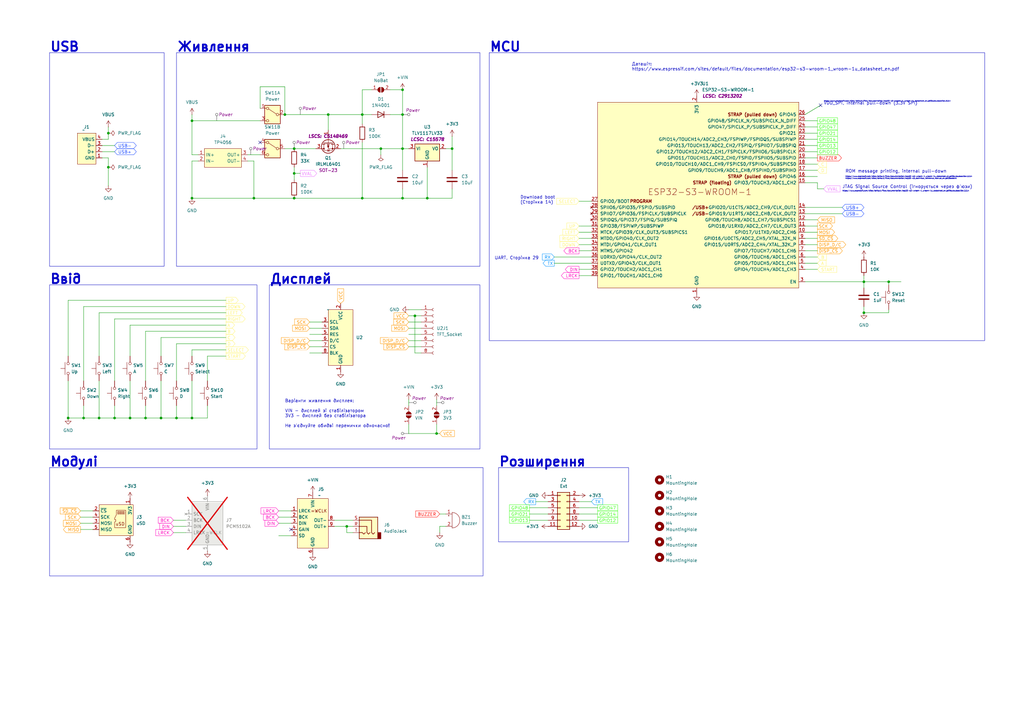
<source format=kicad_sch>
(kicad_sch (version 20231120) (generator "eeschema") (generator_version "8.0")
  (paper "A3")
  (title_block (title "Lilka") (date "2024-02-17") (rev "v2") (company "Anderson"))
  (junction (at 116.84 46.99))
  (junction (at 170.18 129.54))
  (junction (at 354.33 115.57))
  (junction (at 44.45 68.58))
  (junction (at 46.99 171.45))
  (junction (at 66.04 171.45))
  (junction (at 53.34 171.45))
  (junction (at 165.1 81.28))
  (junction (at 148.59 46.99))
  (junction (at 165.1 46.99))
  (junction (at 148.59 81.28))
  (junction (at 34.29 171.45))
  (junction (at 142.24 215.9))
  (junction (at 72.39 171.45))
  (junction (at 185.42 60.96))
  (junction (at 134.62 46.99))
  (junction (at 165.1 36.83))
  (junction (at 120.65 60.96))
  (junction (at 104.14 81.28))
  (junction (at 120.65 71.12))
  (junction (at 165.1 60.96))
  (junction (at 44.45 54.61))
  (junction (at 354.33 128.27))
  (junction (at 156.21 60.96))
  (junction (at 59.69 171.45))
  (junction (at 179.07 177.8))
  (junction (at 120.65 81.28))
  (junction (at 40.64 171.45))
  (junction (at 364.49 115.57))
  (junction (at 175.26 81.28))
  (junction (at 27.94 171.45))
  (junction (at 78.74 171.45))
  (junction (at 78.74 49.53))
  (junction (at 78.74 81.28))
  (no_connect (at 106.68 58.42))
  (no_connect (at 119.38 217.17))
  (no_connect (at 336.55 43.18))
  (wire (pts (xy 144.78 218.44) (xy 142.24 218.44)))
  (wire (pts (xy 127 144.78) (xy 132.08 144.78)))
  (wire (pts (xy 78.74 143.51) (xy 78.74 146.05)))
  (wire (pts (xy 85.09 156.21) (xy 85.09 146.05)))
  (wire (pts (xy 27.94 123.19) (xy 27.94 146.05)))
  (wire (pts (xy 170.18 129.54) (xy 172.72 129.54)))
  (wire (pts (xy 92.71 128.27) (xy 40.64 128.27)))
  (wire (pts (xy 106.68 44.45) (xy 106.68 35.56)))
  (wire (pts (xy 72.39 156.21) (xy 72.39 140.97)))
  (wire (pts (xy 237.49 110.49) (xy 242.57 110.49)))
  (wire (pts (xy 27.94 123.19) (xy 92.71 123.19)))
  (wire (pts (xy 364.49 128.27) (xy 354.33 128.27)))
  (wire (pts (xy 114.3 214.63) (xy 119.38 214.63)))
  (wire (pts (xy 59.69 135.89) (xy 92.71 135.89)))
  (wire (pts (xy 175.26 81.28) (xy 175.26 68.58)))
  (wire (pts (xy 167.64 60.96) (xy 165.1 60.96)))
  (wire (pts (xy 167.64 163.83) (xy 167.64 166.37)))
  (wire (pts (xy 185.42 60.96) (xy 182.88 60.96)))
  (wire (pts (xy 179.07 173.99) (xy 179.07 177.8)))
  (wire (pts (xy 335.28 67.31) (xy 330.2 67.31)))
  (wire (pts (xy 27.94 171.45) (xy 34.29 171.45)))
  (wire (pts (xy 180.34 215.9) (xy 182.88 215.9)))
  (wire (pts (xy 78.74 49.53) (xy 78.74 63.5)))
  (wire (pts (xy 148.59 36.83) (xy 148.59 46.99)))
  (wire (pts (xy 106.68 49.53) (xy 78.74 49.53)))
  (wire (pts (xy 44.45 57.15) (xy 44.45 54.61)))
  (wire (pts (xy 330.2 54.61) (xy 335.28 54.61)))
  (wire (pts (xy 41.91 57.15) (xy 44.45 57.15)))
  (wire (pts (xy 335.28 107.95) (xy 330.2 107.95)))
  (wire (pts (xy 144.78 213.36) (xy 137.16 213.36)))
  (wire (pts (xy 160.02 46.99) (xy 165.1 46.99)))
  (wire (pts (xy 245.11 208.28) (xy 237.49 208.28)))
  (wire (pts (xy 180.34 177.8) (xy 179.07 177.8)))
  (wire (pts (xy 41.91 62.23) (xy 46.99 62.23)))
  (wire (pts (xy 227.33 107.95) (xy 242.57 107.95)))
  (wire (pts (xy 245.11 210.82) (xy 237.49 210.82)))
  (wire (pts (xy 72.39 140.97) (xy 92.71 140.97)))
  (wire (pts (xy 148.59 58.42) (xy 148.59 81.28)))
  (wire (pts (xy 330.2 87.63) (xy 345.44 87.63)))
  (wire (pts (xy 335.28 110.49) (xy 330.2 110.49)))
  (wire (pts (xy 71.12 218.44) (xy 76.2 218.44)))
  (wire (pts (xy 165.1 77.47) (xy 165.1 81.28)))
  (wire (pts (xy 354.33 128.27) (xy 354.33 125.73)))
  (wire (pts (xy 59.69 171.45) (xy 66.04 171.45)))
  (wire (pts (xy 53.34 171.45) (xy 53.34 156.21)))
  (wire (pts (xy 92.71 143.51) (xy 78.74 143.51)))
  (wire (pts (xy 104.14 66.04) (xy 104.14 81.28)))
  (wire (pts (xy 335.28 102.87) (xy 330.2 102.87)))
  (wire (pts (xy 33.02 214.63) (xy 38.1 214.63)))
  (wire (pts (xy 217.17 208.28) (xy 224.79 208.28)))
  (wire (pts (xy 120.65 60.96) (xy 129.54 60.96)))
  (wire (pts (xy 34.29 171.45) (xy 34.29 166.37)))
  (wire (pts (xy 167.64 137.16) (xy 172.72 137.16)))
  (wire (pts (xy 46.99 130.81) (xy 92.71 130.81)))
  (wire (pts (xy 142.24 215.9) (xy 144.78 215.9)))
  (wire (pts (xy 335.28 64.77) (xy 330.2 64.77)))
  (wire (pts (xy 237.49 95.25) (xy 242.57 95.25)))
  (wire (pts (xy 336.55 43.18) (xy 330.2 46.99)))
  (wire (pts (xy 46.99 156.21) (xy 46.99 130.81)))
  (wire (pts (xy 66.04 171.45) (xy 66.04 156.21)))
  (wire (pts (xy 364.49 115.57) (xy 354.33 115.57)))
  (wire (pts (xy 59.69 171.45) (xy 59.69 166.37)))
  (wire (pts (xy 116.84 60.96) (xy 120.65 60.96)))
  (wire (pts (xy 180.34 210.82) (xy 182.88 210.82)))
  (wire (pts (xy 335.28 92.71) (xy 330.2 92.71)))
  (wire (pts (xy 40.64 171.45) (xy 46.99 171.45)))
  (wire (pts (xy 78.74 66.04) (xy 78.74 81.28)))
  (wire (pts (xy 237.49 82.55) (xy 242.57 82.55)))
  (wire (pts (xy 354.33 115.57) (xy 354.33 118.11)))
  (wire (pts (xy 71.12 213.36) (xy 76.2 213.36)))
  (wire (pts (xy 41.91 59.69) (xy 46.99 59.69)))
  (wire (pts (xy 66.04 171.45) (xy 72.39 171.45)))
  (wire (pts (xy 33.02 217.17) (xy 38.1 217.17)))
  (wire (pts (xy 78.74 46.99) (xy 78.74 49.53)))
  (wire (pts (xy 33.02 212.09) (xy 38.1 212.09)))
  (wire (pts (xy 237.49 97.79) (xy 242.57 97.79)))
  (wire (pts (xy 44.45 52.07) (xy 44.45 54.61)))
  (wire (pts (xy 104.14 66.04) (xy 101.6 66.04)))
  (wire (pts (xy 179.07 177.8) (xy 167.64 177.8)))
  (wire (pts (xy 237.49 205.74) (xy 242.57 205.74)))
  (wire (pts (xy 330.2 115.57) (xy 354.33 115.57)))
  (wire (pts (xy 41.91 64.77) (xy 44.45 64.77)))
  (wire (pts (xy 85.09 166.37) (xy 85.09 171.45)))
  (wire (pts (xy 185.42 77.47) (xy 185.42 81.28)))
  (wire (pts (xy 180.34 218.44) (xy 180.34 215.9)))
  (wire (pts (xy 217.17 210.82) (xy 224.79 210.82)))
  (wire (pts (xy 156.21 60.96) (xy 165.1 60.96)))
  (wire (pts (xy 148.59 46.99) (xy 152.4 46.99)))
  (wire (pts (xy 179.07 163.83) (xy 179.07 166.37)))
  (wire (pts (xy 78.74 63.5) (xy 81.28 63.5)))
  (wire (pts (xy 78.74 171.45) (xy 72.39 171.45)))
  (wire (pts (xy 335.28 105.41) (xy 330.2 105.41)))
  (wire (pts (xy 364.49 127) (xy 364.49 128.27)))
  (wire (pts (xy 152.4 36.83) (xy 148.59 36.83)))
  (wire (pts (xy 335.28 69.85) (xy 330.2 69.85)))
  (wire (pts (xy 335.28 77.47) (xy 337.82 77.47)))
  (wire (pts (xy 335.28 49.53) (xy 330.2 49.53)))
  (wire (pts (xy 335.28 97.79) (xy 330.2 97.79)))
  (wire (pts (xy 27.94 171.45) (xy 27.94 156.21)))
  (wire (pts (xy 92.71 138.43) (xy 66.04 138.43)))
  (wire (pts (xy 172.72 144.78) (xy 170.18 144.78)))
  (wire (pts (xy 167.64 134.62) (xy 172.72 134.62)))
  (wire (pts (xy 148.59 50.8) (xy 148.59 46.99)))
  (wire (pts (xy 330.2 74.93) (xy 335.28 74.93)))
  (wire (pts (xy 92.71 133.35) (xy 53.34 133.35)))
  (wire (pts (xy 167.64 129.54) (xy 170.18 129.54)))
  (wire (pts (xy 167.64 177.8) (xy 167.64 173.99)))
  (wire (pts (xy 34.29 156.21) (xy 34.29 125.73)))
  (wire (pts (xy 78.74 156.21) (xy 78.74 171.45)))
  (wire (pts (xy 114.3 212.09) (xy 119.38 212.09)))
  (wire (pts (xy 237.49 113.03) (xy 242.57 113.03)))
  (wire (pts (xy 34.29 125.73) (xy 92.71 125.73)))
  (wire (pts (xy 132.08 139.7) (xy 127 139.7)))
  (wire (pts (xy 116.84 46.99) (xy 134.62 46.99)))
  (wire (pts (xy 127 132.08) (xy 132.08 132.08)))
  (wire (pts (xy 185.42 60.96) (xy 185.42 69.85)))
  (wire (pts (xy 354.33 113.03) (xy 354.33 115.57)))
  (wire (pts (xy 335.28 95.25) (xy 330.2 95.25)))
  (wire (pts (xy 40.64 128.27) (xy 40.64 146.05)))
  (wire (pts (xy 72.39 171.45) (xy 72.39 166.37)))
  (wire (pts (xy 40.64 171.45) (xy 40.64 156.21)))
  (wire (pts (xy 219.71 205.74) (xy 224.79 205.74)))
  (wire (pts (xy 33.02 209.55) (xy 38.1 209.55)))
  (wire (pts (xy 245.11 213.36) (xy 237.49 213.36)))
  (wire (pts (xy 167.64 142.24) (xy 172.72 142.24)))
  (wire (pts (xy 335.28 62.23) (xy 330.2 62.23)))
  (wire (pts (xy 78.74 81.28) (xy 104.14 81.28)))
  (wire (pts (xy 114.3 219.71) (xy 119.38 219.71)))
  (wire (pts (xy 127 137.16) (xy 132.08 137.16)))
  (wire (pts (xy 137.16 215.9) (xy 142.24 215.9)))
  (wire (pts (xy 237.49 100.33) (xy 242.57 100.33)))
  (wire (pts (xy 167.64 127) (xy 172.72 127)))
  (wire (pts (xy 116.84 35.56) (xy 116.84 46.99)))
  (wire (pts (xy 160.02 36.83) (xy 165.1 36.83)))
  (wire (pts (xy 34.29 171.45) (xy 40.64 171.45)))
  (wire (pts (xy 167.64 139.7) (xy 172.72 139.7)))
  (wire (pts (xy 139.7 60.96) (xy 156.21 60.96)))
  (wire (pts (xy 369.57 115.57) (xy 364.49 115.57)))
  (wire (pts (xy 142.24 218.44) (xy 142.24 215.9)))
  (wire (pts (xy 335.28 72.39) (xy 330.2 72.39)))
  (wire (pts (xy 148.59 81.28) (xy 165.1 81.28)))
  (wire (pts (xy 85.09 146.05) (xy 92.71 146.05)))
  (wire (pts (xy 134.62 53.34) (xy 134.62 46.99)))
  (wire (pts (xy 106.68 35.56) (xy 116.84 35.56)))
  (wire (pts (xy 237.49 102.87) (xy 242.57 102.87)))
  (wire (pts (xy 53.34 133.35) (xy 53.34 146.05)))
  (wire (pts (xy 165.1 46.99) (xy 165.1 60.96)))
  (wire (pts (xy 106.68 63.5) (xy 101.6 63.5)))
  (wire (pts (xy 44.45 76.2) (xy 44.45 68.58)))
  (wire (pts (xy 71.12 215.9) (xy 76.2 215.9)))
  (wire (pts (xy 53.34 171.45) (xy 59.69 171.45)))
  (wire (pts (xy 123.19 71.12) (xy 120.65 71.12)))
  (wire (pts (xy 335.28 100.33) (xy 330.2 100.33)))
  (wire (pts (xy 46.99 171.45) (xy 53.34 171.45)))
  (wire (pts (xy 185.42 81.28) (xy 175.26 81.28)))
  (wire (pts (xy 165.1 36.83) (xy 165.1 46.99)))
  (wire (pts (xy 132.08 134.62) (xy 127 134.62)))
  (wire (pts (xy 167.64 132.08) (xy 172.72 132.08)))
  (wire (pts (xy 217.17 213.36) (xy 224.79 213.36)))
  (wire (pts (xy 165.1 81.28) (xy 175.26 81.28)))
  (wire (pts (xy 114.3 209.55) (xy 119.38 209.55)))
  (wire (pts (xy 227.33 105.41) (xy 242.57 105.41)))
  (wire (pts (xy 185.42 55.88) (xy 185.42 60.96)))
  (wire (pts (xy 165.1 60.96) (xy 165.1 69.85)))
  (wire (pts (xy 120.65 81.28) (xy 148.59 81.28)))
  (wire (pts (xy 120.65 68.58) (xy 120.65 71.12)))
  (wire (pts (xy 59.69 156.21) (xy 59.69 135.89)))
  (wire (pts (xy 242.57 92.71) (xy 237.49 92.71)))
  (wire (pts (xy 335.28 74.93) (xy 335.28 77.47)))
  (wire (pts (xy 156.21 60.96) (xy 156.21 63.5)))
  (wire (pts (xy 134.62 46.99) (xy 148.59 46.99)))
  (wire (pts (xy 78.74 66.04) (xy 81.28 66.04)))
  (wire (pts (xy 85.09 171.45) (xy 78.74 171.45)))
  (wire (pts (xy 364.49 116.84) (xy 364.49 115.57)))
  (wire (pts (xy 335.28 90.17) (xy 330.2 90.17)))
  (wire (pts (xy 104.14 81.28) (xy 120.65 81.28)))
  (wire (pts (xy 127 142.24) (xy 132.08 142.24)))
  (wire (pts (xy 345.44 85.09) (xy 330.2 85.09)))
  (wire (pts (xy 120.65 71.12) (xy 120.65 73.66)))
  (wire (pts (xy 335.28 57.15) (xy 330.2 57.15)))
  (wire (pts (xy 44.45 64.77) (xy 44.45 68.58)))
  (wire (pts (xy 46.99 171.45) (xy 46.99 166.37)))
  (wire (pts (xy 335.28 52.07) (xy 330.2 52.07)))
  (wire (pts (xy 66.04 138.43) (xy 66.04 146.05)))
  (wire (pts (xy 170.18 144.78) (xy 170.18 129.54)))
  (wire (pts (xy 330.2 59.69) (xy 335.28 59.69)))
  (rectangle (start 204.47 191.77) (end 257.81 222.25))
  (rectangle (start 20.32 21.59) (end 67.31 109.22))
  (rectangle (start 110.49 116.84) (end 196.85 184.15))
  (rectangle (start 200.66 21.59) (end 403.86 139.7))
  (rectangle (start 20.32 191.77) (end 198.12 236.22))
  (rectangle (start 20.32 116.84) (end 105.41 184.15))
  (rectangle (start 72.39 21.59) (end 196.85 109.22))
  (text "Модулі" (at 20.32 191.77 0) (effects (font (size 3.81 3.81) (thickness 0.762) (bold yes)) (justify left bottom)))
  (text "Дисплей" (at 110.49 116.84 0) (effects (font (size 3.81 3.81) (thickness 0.762) (bold yes)) (justify left bottom)))
  (text "Живлення" (at 72.39 21.59 0) (effects (font (size 3.81 3.81) (thickness 0.762) (bold yes)) (justify left bottom)))
  (text "Ввід" (at 20.32 116.84 0) (effects (font (size 3.81 3.81) (thickness 0.762) (bold yes)) (justify left bottom)))
  (text "JTAG Signal Source Control (ігнорується через ф'юзи)" (at 345.44 77.47 0) (effects (font (size 1.27 1.27)) (justify left bottom)))
  (text "Download boot\n(Сторінка 14)" (at 213.36 83.82 0) (effects (font (size 1.27 1.27)) (justify left bottom)))
  (text "https://www.espressif.com/sites/default/files/documentation/esp32-s3-wroom-1_wroom-1u_datasheet_en.pdf#subsubsection.3.3.4\nhttps://www.espressif.com/sites/default/files/documentation/esp32-s3_technical_reference_manual_en.pdf#bootctrl" (at 346.71 73.66 0) (effects (font (size 0.508 0.508)) (justify left bottom)))
  (text "Варіанти живлення дисплея:\n\nVIN - дисплей зі стабілізатором\n3V3 - дисплей без стабілізатора\n\nНе з'єднуйте обидві перемички одночасно!" (at 116.84 169.672 0) (effects (font (size 1.27 1.27)) (justify left)))
  (text "VDD_SPI, internal pull-down (3.3V SPI)" (at 337.82 43.18 0) (effects (font (size 1.27 1.27)) (justify left bottom)))
  (text "Розширення" (at 204.47 191.77 0) (effects (font (size 3.81 3.81) (thickness 0.762) (bold yes)) (justify left bottom)))
  (text "https://www.espressif.com/sites/default/files/documentation/esp32-s3-wroom-1_wroom-1u_datasheet_en.pdf#subsubsection.3.3.4" (at 345.44 78.74 0) (effects (font (size 0.508 0.508)) (justify left bottom)))
  (text "Даташіт:\nhttps://www.espressif.com/sites/default/files/documentation/esp32-s3-wroom-1_wroom-1u_datasheet_en.pdf" (at 259.08 29.21 0) (effects (font (size 1.27 1.27)) (justify left bottom)))
  (text "https://www.espressif.com/sites/default/files/documentation/esp32-s3-wroom-1_wroom-1u_datasheet_en.pdf#subsubsection.3.3.4" (at 337.82 41.91 0) (effects (font (size 0.508 0.508)) (justify left bottom)))
  (text "USB" (at 20.32 21.59 0) (effects (font (size 3.81 3.81) (thickness 0.762) (bold yes)) (justify left bottom)))
  (text "MCU" (at 200.66 21.59 0) (effects (font (size 3.81 3.81) (thickness 0.762) (bold yes)) (justify left bottom)))
  (text "ROM message printing, internal pull-down" (at 346.71 71.12 0) (effects (font (size 1.27 1.27)) (justify left bottom)))
  (text "UART, Сторінка 29" (at 220.98 106.68 0) (effects (font (size 1.27 1.27)) (justify right bottom)))
  (global_label "BUZZER" (shape input) (at 180.34 210.82 180) (property "Intersheetrefs" "${INTERSHEET_REFS}" (effects (hide yes))))
  (global_label "UP" (shape output) (at 92.71 123.19 0) (property "Intersheetrefs" "${INTERSHEET_REFS}" (effects (hide yes))))
  (global_label "~{SLEEP}" (shape input) (at 114.3 219.71 180) (property "Intersheetrefs" "${INTERSHEET_REFS}" (effects (hide yes))))
  (global_label "SCK" (shape input) (at 127 132.08 180) (property "Intersheetrefs" "${INTERSHEET_REFS}" (effects (hide yes))))
  (global_label "DISP_D{slash}C" (shape output) (at 335.28 100.33 0) (property "Intersheetrefs" "${INTERSHEET_REFS}" (effects (hide yes))))
  (global_label "USB-" (shape bidirectional) (at 46.99 59.69 0) (property "Intersheetrefs" "${INTERSHEET_REFS}" (effects (hide yes))))
  (global_label "VVAL" (shape input) (at 337.82 77.47 0) (property "Intersheetrefs" "${INTERSHEET_REFS}" (effects (hide yes))))
  (global_label "GPIO47" (shape passive) (at 335.28 52.07 0) (property "Intersheetrefs" "${INTERSHEET_REFS}" (effects (hide yes))))
  (global_label "BCK" (shape input) (at 71.12 213.36 180) (property "Intersheetrefs" "${INTERSHEET_REFS}" (effects (hide yes))))
  (global_label "GPIO47" (shape passive) (at 245.11 208.28 0) (property "Intersheetrefs" "${INTERSHEET_REFS}" (effects (hide yes))))
  (global_label "B" (shape output) (at 92.71 135.89 0) (property "Intersheetrefs" "${INTERSHEET_REFS}" (effects (hide yes))))
  (global_label "~{DISP_CS}" (shape output) (at 335.28 102.87 0) (property "Intersheetrefs" "${INTERSHEET_REFS}" (effects (hide yes))))
  (global_label "GPIO14" (shape passive) (at 335.28 57.15 0) (property "Intersheetrefs" "${INTERSHEET_REFS}" (effects (hide yes))))
  (global_label "USB-" (shape bidirectional) (at 345.44 87.63 0) (property "Intersheetrefs" "${INTERSHEET_REFS}" (effects (hide yes))))
  (global_label "BCK" (shape input) (at 114.3 212.09 180) (property "Intersheetrefs" "${INTERSHEET_REFS}" (effects (hide yes))))
  (global_label "GPIO14" (shape passive) (at 245.11 210.82 0) (property "Intersheetrefs" "${INTERSHEET_REFS}" (effects (hide yes))))
  (global_label "DISP_D{slash}C" (shape input) (at 127 139.7 180) (property "Intersheetrefs" "${INTERSHEET_REFS}" (effects (hide yes))))
  (global_label "MISO" (shape input) (at 335.28 90.17 0) (property "Intersheetrefs" "${INTERSHEET_REFS}" (effects (hide yes))))
  (global_label "BUZZER" (shape output) (at 335.28 64.77 0) (property "Intersheetrefs" "${INTERSHEET_REFS}" (effects (hide yes))))
  (global_label "~{SD_CS}" (shape output) (at 335.28 97.79 0) (property "Intersheetrefs" "${INTERSHEET_REFS}" (effects (hide yes))))
  (global_label "~{SD_CS}" (shape input) (at 33.02 209.55 180) (property "Intersheetrefs" "${INTERSHEET_REFS}" (effects (hide yes))))
  (global_label "DIN" (shape output) (at 237.49 110.49 180) (property "Intersheetrefs" "${INTERSHEET_REFS}" (effects (hide yes))))
  (global_label "LRCK" (shape input) (at 71.12 218.44 180) (property "Intersheetrefs" "${INTERSHEET_REFS}" (effects (hide yes))))
  (global_label "RX" (shape input) (at 227.33 105.41 180) (property "Intersheetrefs" "${INTERSHEET_REFS}" (effects (hide yes))))
  (global_label "UP" (shape input) (at 237.49 92.71 180) (property "Intersheetrefs" "${INTERSHEET_REFS}" (effects (hide yes))))
  (global_label "GPIO12" (shape passive) (at 245.11 213.36 0) (property "Intersheetrefs" "${INTERSHEET_REFS}" (effects (hide yes))))
  (global_label "DIN" (shape input) (at 114.3 214.63 180) (property "Intersheetrefs" "${INTERSHEET_REFS}" (effects (hide yes))))
  (global_label "A" (shape output) (at 92.71 133.35 0) (property "Intersheetrefs" "${INTERSHEET_REFS}" (effects (hide yes))))
  (global_label "MOSI" (shape input) (at 33.02 214.63 180) (property "Intersheetrefs" "${INTERSHEET_REFS}" (effects (hide yes))))
  (global_label "SCK" (shape output) (at 335.28 92.71 0) (property "Intersheetrefs" "${INTERSHEET_REFS}" (effects (hide yes))))
  (global_label "LRCK" (shape input) (at 114.3 209.55 180) (property "Intersheetrefs" "${INTERSHEET_REFS}" (effects (hide yes))))
  (global_label "~{SLEEP}" (shape input) (at 127 144.78 180) (property "Intersheetrefs" "${INTERSHEET_REFS}" (effects (hide yes))))
  (global_label "~{SLEEP}" (shape output) (at 335.28 72.39 0) (property "Intersheetrefs" "${INTERSHEET_REFS}" (effects (hide yes))))
  (global_label "DISP_D{slash}C" (shape input) (at 167.64 139.7 180) (property "Intersheetrefs" "${INTERSHEET_REFS}" (effects (hide yes))))
  (global_label "TX" (shape output) (at 227.33 107.95 180) (property "Intersheetrefs" "${INTERSHEET_REFS}" (effects (hide yes))))
  (global_label "GPIO48" (shape passive) (at 217.17 208.28 180) (property "Intersheetrefs" "${INTERSHEET_REFS}" (effects (hide yes))))
  (global_label "VCC" (shape input) (at 180.34 177.8 0) (property "Intersheetrefs" "${INTERSHEET_REFS}" (effects (hide yes))))
  (global_label "DOWN" (shape output) (at 92.71 125.73 0) (property "Intersheetrefs" "${INTERSHEET_REFS}" (effects (hide yes))))
  (global_label "GPIO13" (shape passive) (at 335.28 59.69 0) (property "Intersheetrefs" "${INTERSHEET_REFS}" (effects (hide yes))))
  (global_label "RIGHT" (shape input) (at 237.49 97.79 180) (property "Intersheetrefs" "${INTERSHEET_REFS}" (effects (hide yes))))
  (global_label "TX" (shape input) (at 242.57 205.74 0) (property "Intersheetrefs" "${INTERSHEET_REFS}" (effects (hide yes))))
  (global_label "GPIO21" (shape passive) (at 217.17 210.82 180) (property "Intersheetrefs" "${INTERSHEET_REFS}" (effects (hide yes))))
  (global_label "RX" (shape output) (at 219.71 205.74 180) (property "Intersheetrefs" "${INTERSHEET_REFS}" (effects (hide yes))))
  (global_label "BCK" (shape output) (at 237.49 102.87 180) (property "Intersheetrefs" "${INTERSHEET_REFS}" (effects (hide yes))))
  (global_label "SCK" (shape input) (at 33.02 212.09 180) (property "Intersheetrefs" "${INTERSHEET_REFS}" (effects (hide yes))))
  (global_label "RIGHT" (shape output) (at 92.71 130.81 0) (property "Intersheetrefs" "${INTERSHEET_REFS}" (effects (hide yes))))
  (global_label "MOSI" (shape input) (at 167.64 134.62 180) (property "Intersheetrefs" "${INTERSHEET_REFS}" (effects (hide yes))))
  (global_label "B" (shape input) (at 335.28 105.41 0) (property "Intersheetrefs" "${INTERSHEET_REFS}" (effects (hide yes))))
  (global_label "~{RESET}" (shape input) (at 167.64 137.16 180) (property "Intersheetrefs" "${INTERSHEET_REFS}" (effects (hide yes))))
  (global_label "MISO" (shape output) (at 33.02 217.17 180) (property "Intersheetrefs" "${INTERSHEET_REFS}" (effects (hide yes))))
  (global_label "~{DISP_CS}" (shape input) (at 167.64 142.24 180) (property "Intersheetrefs" "${INTERSHEET_REFS}" (effects (hide yes))))
  (global_label "LEFT" (shape input) (at 237.49 95.25 180) (property "Intersheetrefs" "${INTERSHEET_REFS}" (effects (hide yes))))
  (global_label "C" (shape output) (at 92.71 138.43 0) (property "Intersheetrefs" "${INTERSHEET_REFS}" (effects (hide yes))))
  (global_label "START" (shape input) (at 335.28 110.49 0) (property "Intersheetrefs" "${INTERSHEET_REFS}" (effects (hide yes))))
  (global_label "LEFT" (shape output) (at 92.71 128.27 0) (property "Intersheetrefs" "${INTERSHEET_REFS}" (effects (hide yes))))
  (global_label "GPIO21" (shape passive) (at 335.28 54.61 0) (property "Intersheetrefs" "${INTERSHEET_REFS}" (effects (hide yes))))
  (global_label "~{RESET}" (shape output) (at 369.57 115.57 0) (property "Intersheetrefs" "${INTERSHEET_REFS}" (effects (hide yes))))
  (global_label "MOSI" (shape output) (at 335.28 95.25 0) (property "Intersheetrefs" "${INTERSHEET_REFS}" (effects (hide yes))))
  (global_label "SCK" (shape input) (at 167.64 132.08 180) (property "Intersheetrefs" "${INTERSHEET_REFS}" (effects (hide yes))))
  (global_label "~{DISP_CS}" (shape input) (at 127 142.24 180) (property "Intersheetrefs" "${INTERSHEET_REFS}" (effects (hide yes))))
  (global_label "SELECT" (shape output) (at 92.71 143.51 0) (property "Intersheetrefs" "${INTERSHEET_REFS}" (effects (hide yes))))
  (global_label "GPIO12" (shape passive) (at 335.28 62.23 0) (property "Intersheetrefs" "${INTERSHEET_REFS}" (effects (hide yes))))
  (global_label "USB+" (shape bidirectional) (at 46.99 62.23 0) (property "Intersheetrefs" "${INTERSHEET_REFS}" (effects (hide yes))))
  (global_label "DOWN" (shape input) (at 237.49 100.33 180) (property "Intersheetrefs" "${INTERSHEET_REFS}" (effects (hide yes))))
  (global_label "VCC" (shape input) (at 139.7 124.46 90) (property "Intersheetrefs" "${INTERSHEET_REFS}" (effects (hide yes))))
  (global_label "START" (shape output) (at 92.71 146.05 0) (property "Intersheetrefs" "${INTERSHEET_REFS}" (effects (hide yes))))
  (global_label "GPIO48" (shape passive) (at 335.28 49.53 0) (property "Intersheetrefs" "${INTERSHEET_REFS}" (effects (hide yes))))
  (global_label "GPIO13" (shape passive) (at 217.17 213.36 180) (property "Intersheetrefs" "${INTERSHEET_REFS}" (effects (hide yes))))
  (global_label "VCC" (shape input) (at 167.64 129.54 180) (property "Intersheetrefs" "${INTERSHEET_REFS}" (effects (hide yes))))
  (global_label "MOSI" (shape input) (at 127 134.62 180) (property "Intersheetrefs" "${INTERSHEET_REFS}" (effects (hide yes))))
  (global_label "VVAL" (shape output) (at 123.19 71.12 0) (property "Intersheetrefs" "${INTERSHEET_REFS}" (effects (hide yes))))
  (global_label "USB+" (shape bidirectional) (at 345.44 85.09 0) (property "Intersheetrefs" "${INTERSHEET_REFS}" (effects (hide yes))))
  (global_label "D" (shape input) (at 335.28 69.85 0) (property "Intersheetrefs" "${INTERSHEET_REFS}" (effects (hide yes))))
  (global_label "D" (shape output) (at 92.71 140.97 0) (property "Intersheetrefs" "${INTERSHEET_REFS}" (effects (hide yes))))
  (global_label "~{RESET}" (shape input) (at 127 137.16 180) (property "Intersheetrefs" "${INTERSHEET_REFS}" (effects (hide yes))))
  (global_label "C" (shape input) (at 335.28 67.31 0) (property "Intersheetrefs" "${INTERSHEET_REFS}" (effects (hide yes))))
  (global_label "A" (shape input) (at 335.28 107.95 0) (property "Intersheetrefs" "${INTERSHEET_REFS}" (effects (hide yes))))
  (global_label "SELECT" (shape input) (at 237.49 82.55 180) (property "Intersheetrefs" "${INTERSHEET_REFS}" (effects (hide yes))))
  (global_label "DIN" (shape input) (at 71.12 215.9 180) (property "Intersheetrefs" "${INTERSHEET_REFS}" (effects (hide yes))))
  (global_label "LRCK" (shape output) (at 237.49 113.03 180) (property "Intersheetrefs" "${INTERSHEET_REFS}" (effects (hide yes))))
  (netclass_flag "" (length 2.54) (shape round) (at 123.19 46.99 0) (property "Netclass" "Power" (at 123.8885 44.45 0) (effects (font (italic yes)) (justify left))))
  (netclass_flag "" (length 2.54) (shape round) (at 120.65 60.96 0) (property "Netclass" "Power" (at 121.3485 58.42 0) (effects (font (italic yes)) (justify left))))
  (netclass_flag "" (length 2.54) (shape round) (at 167.64 165.1 270) (property "Netclass" "Power" (at 168.91 163.322 0) (effects (font (italic yes)) (justify left))))
  (netclass_flag "" (length 2.54) (shape round) (at 102.87 63.5 0) (property "Netclass" "Power" (at 103.5685 60.96 0) (effects (font (italic yes)) (justify left))))
  (netclass_flag "" (length 2.54) (shape round) (at 140.97 60.96 0) (property "Netclass" "Power" (at 141.6685 58.42 0) (effects (font (italic yes)) (justify left))))
  (netclass_flag "" (length 2.54) (shape round) (at 179.07 165.1 270) (property "Netclass" "Power" (at 180.34 163.322 0) (effects (font (italic yes)) (justify left))))
  (netclass_flag "" (length 2.54) (shape round) (at 88.9 49.53 0) (property "Netclass" "Power" (at 89.5985 46.99 0) (effects (font (italic yes)) (justify left))))
  (netclass_flag "" (length 2.54) (shape round) (at 167.64 177.8 90) (property "Netclass" "Power" (at 166.37 179.578 0) (effects (font (italic yes)) (justify right))))
  (netclass_flag "" (length 2.54) (shape round) (at 165.1 46.99 270) (property "Netclass" "Power" (at 166.37 45.212 0) (effects (font (italic yes)) (justify left))))
  (symbol (lib_id "Switch:SW_Push") (at 59.69 161.29 90) (unit 1)
    (property "Reference" "SW6" (at 60.96 160.02 90) (effects (justify right)))
    (property "Value" "B" (at 60.96 162.56 90) (effects (justify right)))
    (property "Footprint" "Buttons:SW_PUSH-12mm-fixed-min" (effects (hide yes)))
  )
  (symbol (lib_id "Switch:SW_DPDT_x2") (at 111.76 60.96 0) (mirror y) (unit 2)
    (property "Reference" "SW11" (at 111.76 52.07 0))
    (property "Value" "Power" (at 111.76 54.61 0))
    (property "Footprint" "Button_Switch_THT:SW_E-Switch_EG1271_SPDT" (effects (hide yes)))
  )
  (symbol (lib_id "power:+3V3") (at 179.07 163.83 0) (mirror y) (unit 1)
    (property "Reference" "#PWR011" (effects (hide yes)))
    (property "Value" "+3V3" (at 179.07 158.75 0))
    (property "Description" "Power symbol creates a global label with name \"+3V3\"" (effects (hide yes)))
  )
  (symbol (lib_id "Mechanical:MountingHole") (at 270.51 222.25 0) (unit 1) (in_bom no)
    (property "Reference" "H5" (at 273.05 220.98 0) (effects (justify left)))
    (property "Value" "MountingHole" (at 273.05 223.52 0) (effects (justify left)))
    (property "Footprint" "MountingHole:MountingHole_2.7mm_M2.5_DIN965_Pad" (effects (hide yes)))
  )
  (symbol (lib_id "my:uSD-adapter-3v3") (at 48.26 213.36 0) (unit 1)
    (property "Reference" "J3" (at 55.88 212.0899 0) (effects (justify left)))
    (property "Value" "uSD" (at 55.88 214.6299 0) (effects (justify left)))
    (property "Footprint" "footprints:MicroSD-Adapter-3v3" (effects (hide yes)))
    (property "Datasheet" "https://www.aliexpress.com/item/1005006220398106.html" (effects (hide yes)))
  )
  (symbol (lib_id "power:PWR_FLAG") (at 156.21 63.5 180) (unit 1)
    (property "Reference" "#FLG06" (effects (hide yes)))
    (property "Value" "PWR_FLAG" (at 156.21 68.58 0))
    (property "Description" "Special symbol for telling ERC where power comes from" (effects (hide yes)))
  )
  (symbol (lib_id "Switch:SW_Push") (at 34.29 161.29 90) (unit 1)
    (property "Reference" "SW2" (at 35.56 160.02 90) (effects (justify right)))
    (property "Value" "Down" (at 35.56 162.56 90) (effects (justify right)))
    (property "Footprint" "Buttons:SW_PUSH-12mm-fixed-min" (effects (hide yes)))
  )
  (symbol (lib_id "Device:R") (at 354.33 109.22 180) (unit 1)
    (property "Reference" "R1" (at 356.87 107.95 0) (effects (justify right)))
    (property "Value" "10K" (at 356.87 110.49 0) (effects (justify right)))
    (property "Footprint" "Resistor_THT:R_Axial_DIN0204_L3.6mm_D1.6mm_P7.62mm_Horizontal" (effects (hide yes)))
  )
  (symbol (lib_id "power:GND") (at 44.45 76.2 0) (unit 1)
    (property "Reference" "#PWR04" (effects (hide yes)))
    (property "Value" "GND" (at 44.45 81.28 0))
    (property "Description" "Power symbol creates a global label with name \"GND\" , ground" (effects (hide yes)))
  )
  (symbol (lib_id "regulators:TLV1117LV33DCYR") (at 175.26 60.96 0) (unit 1)
    (property "Reference" "U3" (at 175.26 52.07 0))
    (property "Value" "TLV1117LV33" (at 175.26 54.61 0))
    (property "Footprint" "Package_TO_SOT_SMD:SOT-223" (effects (hide yes)))
    (property "Datasheet" "https://www.ti.com/lit/ds/symlink/tlv1117lv.pdf" (effects (hide yes)))
    (property "Description" "LDO linear regulator" (effects (hide yes)))
    (property "LCSC" "C15578" (at 175.26 57.15 0) (show_name yes) (effects (font (bold yes) (italic yes))))
  )
  (symbol (lib_id "power:+3V3") (at 285.75 39.37 0) (unit 1)
    (property "Reference" "#PWR016" (effects (hide yes)))
    (property "Value" "+3V3" (at 285.75 34.29 0))
    (property "Description" "Power symbol creates a global label with name \"+3V3\"" (effects (hide yes)))
  )
  (symbol (lib_id "Switch:SW_DPDT_x2") (at 111.76 46.99 0) (mirror y) (unit 1)
    (property "Reference" "SW11" (at 111.76 38.1 0))
    (property "Value" "Power" (at 111.76 40.64 0))
    (property "Footprint" "Button_Switch_THT:SW_E-Switch_EG1271_SPDT" (effects (hide yes)))
  )
  (symbol (lib_id "connector:Charge_Controller_TP4056") (at 83.82 60.96 0) (unit 1)
    (property "Reference" "J4" (at 91.44 55.88 0))
    (property "Value" "TP4056" (at 91.44 58.42 0))
    (property "Footprint" "Connectors:Charge_Controller_TP4056_4pin" (effects (hide yes)))
  )
  (symbol (lib_id "power:+3V3") (at 53.34 204.47 0) (unit 1)
    (property "Reference" "#PWR014" (effects (hide yes)))
    (property "Value" "+3V3" (at 53.34 199.39 0))
    (property "Description" "Power symbol creates a global label with name \"+3V3\"" (effects (hide yes)))
  )
  (symbol (lib_id "Diode:1N4001") (at 156.21 46.99 0) (mirror y) (unit 1)
    (property "Reference" "D1" (at 156.21 40.64 0))
    (property "Value" "1N4001" (at 156.21 43.18 0))
    (property "Footprint" "Diode_THT:D_DO-41_SOD81_P10.16mm_Horizontal" (effects (hide yes)))
    (property "Datasheet" "http://www.vishay.com/docs/88503/1n4001.pdf" (effects (hide yes)))
    (property "Sim.Device" "D" (effects (hide yes)))
    (property "Sim.Pins" "1=K 2=A" (effects (hide yes)))
  )
  (symbol (lib_id "Switch:SW_Push") (at 27.94 151.13 90) (unit 1)
    (property "Reference" "SW1" (at 29.21 149.86 90) (effects (justify right)))
    (property "Value" "Up" (at 29.21 152.4 90) (effects (justify right)))
    (property "Footprint" "Buttons:SW_PUSH-12mm-fixed-min" (effects (hide yes)))
  )
  (symbol (lib_id "Switch:SW_Push") (at 46.99 161.29 90) (unit 1)
    (property "Reference" "SW4" (at 48.26 160.02 90) (effects (justify right)))
    (property "Value" "Right" (at 48.26 162.56 90) (effects (justify right)))
    (property "Footprint" "Buttons:SW_PUSH-12mm-fixed-min" (effects (hide yes)))
  )
  (symbol (lib_id "Device:R") (at 148.59 54.61 180) (unit 1)
    (property "Reference" "R3" (at 151.13 53.3399 0) (effects (justify right)))
    (property "Value" "100K" (at 151.13 55.8799 0) (effects (justify right)))
    (property "Footprint" "Resistor_THT:R_Axial_DIN0204_L3.6mm_D1.6mm_P7.62mm_Horizontal" (effects (hide yes)))
  )
  (symbol (lib_id "Device:C") (at 185.42 73.66 0) (unit 1)
    (property "Reference" "C3" (at 189.23 72.3899 0) (effects (justify left)))
    (property "Value" "10uF" (at 189.23 74.9299 0) (effects (justify left)))
    (property "Footprint" "Capacitor_THT:C_Disc_D4.3mm_W1.9mm_P5.00mm" (effects (hide yes)))
  )
  (symbol (lib_id "Jumper:SolderJumper_2_Open") (at 156.21 36.83 0) (unit 1) (in_bom no)
    (property "Reference" "JP1" (at 156.21 30.48 0))
    (property "Value" "NoBat" (at 156.21 33.02 0))
    (property "Footprint" "Jumper:SolderJumper-2_P1.3mm_Open_Pad1.0x1.5mm" (effects (hide yes)))
  )
  (symbol (lib_id "power:GND") (at 78.74 81.28 0) (unit 1)
    (property "Reference" "#PWR033" (effects (hide yes)))
    (property "Value" "GND" (at 78.74 86.36 0))
    (property "Description" "Power symbol creates a global label with name \"GND\" , ground" (effects (hide yes)))
  )
  (symbol (lib_id "power:+3V3") (at 85.09 203.2 0) (unit 1)
    (property "Reference" "#PWR026" (effects (hide yes)))
    (property "Value" "+3V3" (at 85.09 198.12 0))
    (property "Description" "Power symbol creates a global label with name \"+3V3\"" (effects (hide yes)))
  )
  (symbol (lib_id "Device:R") (at 120.65 77.47 180) (unit 1)
    (property "Reference" "R2" (at 123.19 76.1999 0) (effects (justify right)))
    (property "Value" "100K" (at 123.19 78.7399 0) (effects (justify right)))
    (property "Footprint" "Resistor_THT:R_Axial_DIN0204_L3.6mm_D1.6mm_P7.62mm_Horizontal" (effects (hide yes)))
  )
  (symbol (lib_id "Switch:SW_Push") (at 72.39 161.29 90) (unit 1)
    (property "Reference" "SW8" (at 73.66 160.02 90) (effects (justify right)))
    (property "Value" "D" (at 73.66 162.56 90) (effects (justify right)))
    (property "Footprint" "Buttons:SW_PUSH-12mm-fixed-min" (effects (hide yes)))
  )
  (symbol (lib_id "Mechanical:MountingHole") (at 270.51 203.2 0) (unit 1) (in_bom no)
    (property "Reference" "H2" (at 273.05 201.93 0) (effects (justify left)))
    (property "Value" "MountingHole" (at 273.05 204.47 0) (effects (justify left)))
    (property "Footprint" "MountingHole:MountingHole_2.7mm_M2.5_DIN965_Pad" (effects (hide yes)))
  )
  (symbol (lib_id "connector:MAX98357-I2S-Module") (at 128.27 214.63 0) (unit 1)
    (property "Reference" "J5" (at 130.4641 200.66 0) (effects (justify left)))
    (property "Value" "~" (at 130.4641 203.2 0) (effects (justify left)))
    (property "Footprint" "footprints:MAX98357-I2S-Module" (effects (hide yes)))
  )
  (symbol (lib_id "Switch:SW_Push") (at 53.34 151.13 90) (unit 1)
    (property "Reference" "SW5" (at 54.61 149.86 90) (effects (justify right)))
    (property "Value" "A" (at 54.61 152.4 90) (effects (justify right)))
    (property "Footprint" "Buttons:SW_PUSH-12mm-fixed-min" (effects (hide yes)))
  )
  (symbol (lib_id "power:PWR_FLAG") (at 44.45 68.58 270) (unit 1)
    (property "Reference" "#FLG02" (effects (hide yes)))
    (property "Value" "PWR_FLAG" (at 48.26 68.58 90) (effects (justify left)))
    (property "Description" "Special symbol for telling ERC where power comes from" (effects (hide yes)))
  )
  (symbol (lib_id "power:VBUS") (at 78.74 46.99 0) (unit 1)
    (property "Reference" "#PWR032" (effects (hide yes)))
    (property "Value" "VBUS" (at 78.74 41.91 0))
    (property "Description" "Power symbol creates a global label with name \"VBUS\"" (effects (hide yes)))
  )
  (symbol (lib_id "Device:C") (at 354.33 121.92 0) (unit 1)
    (property "Reference" "C1" (at 358.14 120.65 0) (effects (justify left)))
    (property "Value" "1uF" (at 358.14 123.19 0) (effects (justify left)))
    (property "Footprint" "Capacitor_THT:C_Disc_D4.3mm_W1.9mm_P5.00mm" (effects (hide yes)))
  )
  (symbol (lib_id "connector:USB_2.0_PCB") (at 35.56 60.96 0) (unit 1)
    (property "Reference" "J1" (at 35.56 52.07 0))
    (property "Value" "~" (at 34.29 53.34 0))
    (property "Footprint" "Connectors:USB_2.0_PCB" (effects (hide yes)))
  )
  (symbol (lib_id "power:GND") (at 139.7 152.4 0) (unit 1)
    (property "Reference" "#PWR012" (effects (hide yes)))
    (property "Value" "GND" (at 139.7 157.48 0))
    (property "Description" "Power symbol creates a global label with name \"GND\" , ground" (effects (hide yes)))
  )
  (symbol (lib_id "power:+BATT") (at 128.27 201.93 0) (unit 1)
    (property "Reference" "#PWR013" (effects (hide yes)))
    (property "Value" "+VIN" (at 128.27 196.85 0))
    (property "Description" "Power symbol creates a global label with name \"+BATT\"" (effects (hide yes)))
  )
  (symbol (lib_id "Switch:SW_Push") (at 78.74 151.13 90) (unit 1)
    (property "Reference" "SW9" (at 80.01 149.86 90) (effects (justify right)))
    (property "Value" "Select" (at 80.01 152.4 90) (effects (justify right)))
    (property "Footprint" "Button_Switch_THT:SW_PUSH_6mm" (effects (hide yes)))
  )
  (symbol (lib_id "power:GND") (at 224.79 203.2 270) (unit 1)
    (property "Reference" "#PWR02" (effects (hide yes)))
    (property "Value" "GND" (at 220.98 203.2 90) (effects (justify right)))
    (property "Description" "Power symbol creates a global label with name \"GND\" , ground" (effects (hide yes)))
  )
  (symbol (lib_id "Jumper:SolderJumper_2_Open") (at 179.07 170.18 90) (unit 1) (in_bom no)
    (property "Reference" "JP3" (at 181.61 168.9099 90) (effects (justify right)))
    (property "Value" "3V3" (at 181.61 171.4499 90) (effects (justify right)))
    (property "Footprint" "Jumper:SolderJumper-2_P1.3mm_Open_Pad1.0x1.5mm" (effects (hide yes)))
  )
  (symbol (lib_id "Mechanical:MountingHole") (at 270.51 209.55 0) (unit 1) (in_bom no)
    (property "Reference" "H3" (at 273.05 208.28 0) (effects (justify left)))
    (property "Value" "MountingHole" (at 273.05 210.82 0) (effects (justify left)))
    (property "Footprint" "MountingHole:MountingHole_2.7mm_M2.5_DIN965_Pad" (effects (hide yes)))
  )
  (symbol (lib_id "Switch:SW_Push") (at 40.64 151.13 90) (unit 1)
    (property "Reference" "SW3" (at 41.91 149.86 90) (effects (justify right)))
    (property "Value" "Left" (at 41.91 152.4 90) (effects (justify right)))
    (property "Footprint" "Buttons:SW_PUSH-12mm-fixed-min" (effects (hide yes)))
  )
  (symbol (lib_id "Connector:Conn_01x08_Socket") (at 177.8 134.62 0) (unit 1) (on_board no)
    (property "Reference" "U2J1" (at 179.07 134.62 0) (effects (justify left)))
    (property "Value" "TFT_Socket" (at 179.07 137.16 0) (effects (justify left)))
    (property "Footprint" "Connector_PinSocket_2.54mm:PinSocket_1x08_P2.54mm_Vertical" (effects (hide yes)))
  )
  (symbol (lib_id "power:+3V3") (at 224.79 215.9 90) (unit 1)
    (property "Reference" "#PWR031" (effects (hide yes)))
    (property "Value" "+3V3" (at 220.98 215.9 90) (effects (justify left)))
    (property "Description" "Power symbol creates a global label with name \"+3V3\"" (effects (hide yes)))
  )
  (symbol (lib_id "Transistor_FET:IRLML6401") (at 134.62 58.42 90) (mirror x) (unit 1)
    (property "Reference" "Q1" (at 134.62 64.77 90))
    (property "Value" "IRLML6401" (at 134.62 67.31 90))
    (property "Footprint" "Package_TO_SOT_SMD:SOT-23" (effects (hide yes)))
    (property "Datasheet" "https://www.infineon.com/dgdl/irlml6401pbf.pdf?fileId=5546d462533600a401535668b96d2634" (effects (hide yes)))
    (property "Package" "SOT-23" (at 134.62 69.85 90))
    (property "LSCS" "C5148469" (at 134.62 55.88 90) (show_name yes) (effects (font (bold yes) (italic yes))))
  )
  (symbol (lib_id "Espressif:ESP32-S3-WROOM-1-alt_180") (at 285.75 80.01 0) (unit 1)
    (property "Reference" "U1" (at 287.9441 34.29 0) (effects (justify left)))
    (property "Value" "ESP32-S3-WROOM-1" (at 287.9441 36.83 0) (effects (justify left)))
    (property "Footprint" "PCM_Espressif:ESP32-S3-WROOM-1" (effects (hide yes)))
    (property "Datasheet" "https://www.espressif.com/sites/default/files/documentation/esp32-s3-wroom-1_wroom-1u_datasheet_en.pdf" (effects (hide yes)))
    (property "Description" "2.4 GHz WiFi (802.11 b/g/n) and Bluetooth ® 5 (LE) module Built around ESP32S3 series of SoCs, Xtensa ® dualcore 32bit LX7 microprocessor Flash up to 16 MB, PSRAM up to 8 MB 36 GPIOs, rich set of peripherals Onboard PCB antenna" (effects (hide yes)))
    (property "LCSC" "C2913202" (at 287.9441 39.37 0) (show_name yes) (effects (font (bold yes) (italic yes)) (justify left)))
  )
  (symbol (lib_id "display:TFT_240x280") (at 139.7 138.43 0) (unit 1)
    (property "Reference" "U2" (at 146.05 138.43 0) (effects (justify left)))
    (property "Value" "~" (at 134.62 127 0))
    (property "Footprint" "Display:TFT_240x280_2pads" (effects (hide yes)))
  )
  (symbol (lib_id "power:+3V3") (at 185.42 55.88 0) (unit 1)
    (property "Reference" "#PWR037" (effects (hide yes)))
    (property "Value" "+3V3" (at 185.42 50.8 0))
    (property "Description" "Power symbol creates a global label with name \"+3V3\"" (effects (hide yes)))
  )
  (symbol (lib_id "power:GND") (at 128.27 227.33 0) (unit 1)
    (property "Reference" "#PWR029" (effects (hide yes)))
    (property "Value" "GND" (at 128.27 232.41 0))
    (property "Description" "Power symbol creates a global label with name \"GND\" , ground" (effects (hide yes)))
  )
  (symbol (lib_id "Switch:SW_Push") (at 364.49 121.92 90) (unit 1)
    (property "Reference" "SW12" (at 365.76 120.65 90) (effects (justify right)))
    (property "Value" "Reset" (at 365.76 123.19 90) (effects (justify right)))
    (property "Footprint" "Button_Switch_THT:SW_PUSH_6mm" (effects (hide yes)))
  )
  (symbol (lib_id "power:GND") (at 180.34 218.44 0) (unit 1)
    (property "Reference" "#PWR03" (effects (hide yes)))
    (property "Value" "GND" (at 180.34 223.52 0))
    (property "Description" "Power symbol creates a global label with name \"GND\" , ground" (effects (hide yes)))
  )
  (symbol (lib_id "connector:PCM5102A-I2S-Module") (at 85.09 214.63 0) (unit 1) (in_bom no) (on_board no) (dnp yes)
    (property "Reference" "J7" (at 92.71 213.3599 0) (effects (justify left)))
    (property "Value" "PCM5102A" (at 92.71 215.8999 0) (effects (justify left)))
    (property "Footprint" "footprints:PCM5102A-I2S-Module" (effects (hide yes)))
  )
  (symbol (lib_id "Mechanical:MountingHole") (at 270.51 196.85 0) (unit 1) (in_bom no)
    (property "Reference" "H1" (at 273.05 195.58 0) (effects (justify left)))
    (property "Value" "MountingHole" (at 273.05 198.12 0) (effects (justify left)))
    (property "Footprint" "MountingHole:MountingHole_2.7mm_M2.5_DIN965_Pad" (effects (hide yes)))
  )
  (symbol (lib_id "power:VBUS") (at 44.45 52.07 0) (unit 1)
    (property "Reference" "#PWR022" (effects (hide yes)))
    (property "Value" "VBUS" (at 44.45 46.99 0))
    (property "Description" "Power symbol creates a global label with name \"VBUS\"" (effects (hide yes)))
  )
  (symbol (lib_id "power:+3V3") (at 237.49 203.2 270) (unit 1)
    (property "Reference" "#PWR023" (effects (hide yes)))
    (property "Value" "+3V3" (at 241.3 203.2 90) (effects (justify left)))
    (property "Description" "Power symbol creates a global label with name \"+3V3\"" (effects (hide yes)))
  )
  (symbol (lib_id "power:GND") (at 237.49 215.9 90) (unit 1)
    (property "Reference" "#PWR01" (effects (hide yes)))
    (property "Value" "GND" (at 241.3 215.9 90) (effects (justify right)))
    (property "Description" "Power symbol creates a global label with name \"GND\" , ground" (effects (hide yes)))
  )
  (symbol (lib_id "power:GND") (at 285.75 120.65 0) (unit 1)
    (property "Reference" "#PWR017" (effects (hide yes)))
    (property "Value" "GND" (at 285.75 125.73 0))
    (property "Description" "Power symbol creates a global label with name \"GND\" , ground" (effects (hide yes)))
  )
  (symbol (lib_id "Switch:SW_Push") (at 66.04 151.13 90) (unit 1)
    (property "Reference" "SW7" (at 67.31 149.86 90) (effects (justify right)))
    (property "Value" "C" (at 67.31 152.4 90) (effects (justify right)))
    (property "Footprint" "Buttons:SW_PUSH-12mm-fixed-min" (effects (hide yes)))
  )
  (symbol (lib_id "power:GND") (at 354.33 128.27 0) (unit 1)
    (property "Reference" "#PWR07" (effects (hide yes)))
    (property "Value" "GND" (at 354.33 133.35 0))
    (property "Description" "Power symbol creates a global label with name \"GND\" , ground" (effects (hide yes)))
  )
  (symbol (lib_id "Mechanical:MountingHole") (at 270.51 215.9 0) (unit 1) (in_bom no)
    (property "Reference" "H4" (at 273.05 214.63 0) (effects (justify left)))
    (property "Value" "MountingHole" (at 273.05 217.17 0) (effects (justify left)))
    (property "Footprint" "MountingHole:MountingHole_2.7mm_M2.5_DIN965_Pad" (effects (hide yes)))
  )
  (symbol (lib_id "power:+BATT") (at 165.1 36.83 0) (unit 1)
    (property "Reference" "#PWR05" (effects (hide yes)))
    (property "Value" "+VIN" (at 165.1 31.75 0))
    (property "Description" "Power symbol creates a global label with name \"+BATT\"" (effects (hide yes)))
  )
  (symbol (lib_id "Connector_Generic:Conn_02x06_Odd_Even") (at 229.87 208.28 0) (unit 1)
    (property "Reference" "J2" (at 231.14 196.85 0))
    (property "Value" "Ext" (at 231.14 199.39 0))
    (property "Footprint" "Connector_PinHeader_2.54mm:PinHeader_1x12_P2.54mm_Vertical" (effects (hide yes)))
    (property "Description" "Generic connector, double row, 02x06, odd/even pin numbering scheme (row 1 odd numbers, row 2 even numbers), script generated (kicad-library-utils/schlib/autogen/connector/)" (effects (hide yes)))
  )
  (symbol (lib_id "power:GND") (at 85.09 226.06 0) (unit 1)
    (property "Reference" "#PWR027" (effects (hide yes)))
    (property "Value" "GND" (at 85.09 231.14 0))
    (property "Description" "Power symbol creates a global label with name \"GND\" , ground" (effects (hide yes)))
  )
  (symbol (lib_id "power:PWR_FLAG") (at 44.45 54.61 270) (unit 1)
    (property "Reference" "#FLG01" (effects (hide yes)))
    (property "Value" "PWR_FLAG" (at 48.26 54.61 90) (effects (justify left)))
    (property "Description" "Special symbol for telling ERC where power comes from" (effects (hide yes)))
  )
  (symbol (lib_id "Device:Buzzer") (at 185.42 213.36 0) (unit 1)
    (property "Reference" "BZ1" (at 189.23 212.09 0) (effects (justify left)))
    (property "Value" "Buzzer" (at 189.23 214.63 0) (effects (justify left)))
    (property "Footprint" "footprints:Buzzer_Wide" (effects (hide yes)))
  )
  (symbol (lib_id "power:+BATT") (at 167.64 163.83 0) (unit 1)
    (property "Reference" "#PWR010" (effects (hide yes)))
    (property "Value" "+VIN" (at 167.64 158.75 0))
    (property "Description" "Power symbol creates a global label with name \"+BATT\"" (effects (hide yes)))
  )
  (symbol (lib_id "Device:C") (at 165.1 73.66 0) (unit 1)
    (property "Reference" "C2" (at 168.91 72.3899 0) (effects (justify left)))
    (property "Value" "10uF" (at 168.91 74.9299 0) (effects (justify left)))
    (property "Footprint" "Capacitor_THT:C_Disc_D4.3mm_W1.9mm_P5.00mm" (effects (hide yes)))
  )
  (symbol (lib_id "Device:R") (at 120.65 64.77 180) (unit 1)
    (property "Reference" "R4" (at 123.19 63.5 0) (effects (justify right)))
    (property "Value" "33K" (at 123.19 66.04 0) (effects (justify right)))
    (property "Footprint" "Resistor_THT:R_Axial_DIN0204_L3.6mm_D1.6mm_P7.62mm_Horizontal" (effects (hide yes)))
  )
  (symbol (lib_id "power:GND") (at 167.64 127 270) (unit 1)
    (property "Reference" "#PWR08" (effects (hide yes)))
    (property "Value" "GND" (at 163.83 127 90) (effects (justify right)))
    (property "Description" "Power symbol creates a global label with name \"GND\" , ground" (effects (hide yes)))
  )
  (symbol (lib_id "Switch:SW_Push") (at 85.09 161.29 90) (unit 1)
    (property "Reference" "SW10" (at 86.36 160.02 90) (effects (justify right)))
    (property "Value" "Start" (at 86.36 162.56 90) (effects (justify right)))
    (property "Footprint" "Button_Switch_THT:SW_PUSH_6mm" (effects (hide yes)))
  )
  (symbol (lib_id "power:+3V3") (at 354.33 105.41 0) (unit 1)
    (property "Reference" "#PWR06" (effects (hide yes)))
    (property "Value" "+3V3" (at 354.33 100.33 0))
    (property "Description" "Power symbol creates a global label with name \"+3V3\"" (effects (hide yes)))
  )
  (symbol (lib_id "Jumper:SolderJumper_2_Open") (at 167.64 170.18 90) (unit 1) (in_bom no)
    (property "Reference" "JP2" (at 170.18 168.9099 90) (effects (justify right)))
    (property "Value" "VIN" (at 170.18 171.4499 90) (effects (justify right)))
    (property "Footprint" "Jumper:SolderJumper-2_P1.3mm_Open_Pad1.0x1.5mm" (effects (hide yes)))
  )
  (symbol (lib_id "power:GND") (at 53.34 222.25 0) (unit 1)
    (property "Reference" "#PWR018" (effects (hide yes)))
    (property "Value" "GND" (at 53.34 227.33 0))
    (property "Description" "Power symbol creates a global label with name \"GND\" , ground" (effects (hide yes)))
  )
  (symbol (lib_id "power:GND") (at 27.94 171.45 0) (unit 1)
    (property "Reference" "#PWR015" (effects (hide yes)))
    (property "Value" "GND" (at 27.94 176.53 0))
    (property "Description" "Power symbol creates a global label with name \"GND\" , ground" (effects (hide yes)))
  )
  (symbol (lib_id "Mechanical:MountingHole") (at 270.51 228.6 0) (unit 1) (in_bom no)
    (property "Reference" "H6" (at 273.05 227.33 0) (effects (justify left)))
    (property "Value" "MountingHole" (at 273.05 229.87 0) (effects (justify left)))
    (property "Footprint" "MountingHole:MountingHole_2.7mm_M2.5_DIN965_Pad" (effects (hide yes)))
  )
  (symbol (lib_id "Connector_Audio:AudioJack3") (at 149.86 215.9 0) (mirror y) (unit 1)
    (property "Reference" "J6" (at 157.48 215.2649 0) (effects (justify right)))
    (property "Value" "AudioJack" (at 157.48 217.8049 0) (effects (justify right)))
    (property "Footprint" "Connectors:JackSocketTRS_PJ3013D" (effects (hide yes)))
    (property "Description" "Audio Jack, 3 Poles (Stereo / TRS)" (effects (hide yes)))
  )
)
</source>
